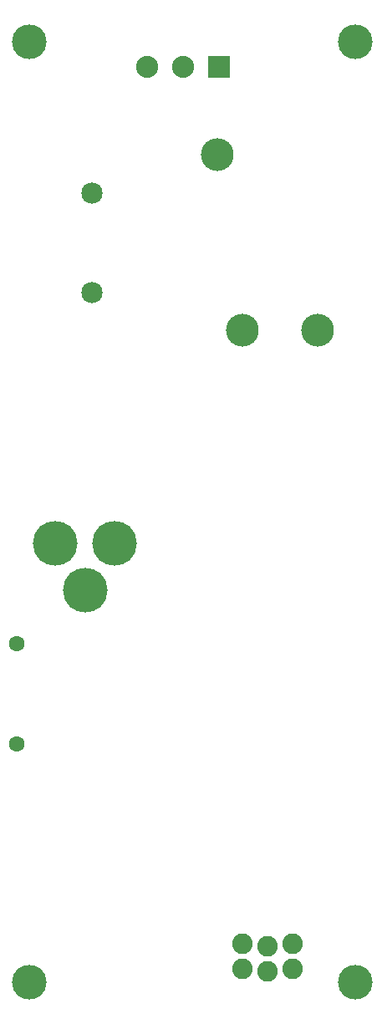
<source format=gbs>
G04 EAGLE Gerber RS-274X export*
G75*
%MOMM*%
%FSLAX34Y34*%
%LPD*%
%INSoldermask Bottom*%
%IPPOS*%
%AMOC8*
5,1,8,0,0,1.08239X$1,22.5*%
G01*
%ADD10C,3.505200*%
%ADD11C,4.521200*%
%ADD12R,2.235200X2.235200*%
%ADD13C,2.235200*%
%ADD14C,2.082800*%
%ADD15C,3.319200*%
%ADD16C,2.159000*%
%ADD17C,1.603200*%


D10*
X25400Y25400D03*
X25400Y977900D03*
X355600Y25400D03*
X355600Y977900D03*
D11*
X111600Y469900D03*
X51600Y469900D03*
X81600Y422900D03*
D12*
X217678Y952500D03*
D13*
X180900Y952500D03*
X144122Y952500D03*
D14*
X241300Y39370D03*
X241300Y64770D03*
X266700Y36830D03*
X266700Y62230D03*
X292100Y39370D03*
X292100Y64770D03*
D15*
X317500Y685800D03*
X241300Y685800D03*
X215900Y863600D03*
D16*
X88900Y824800D03*
X88900Y723900D03*
D17*
X12700Y368300D03*
X12700Y266700D03*
M02*

</source>
